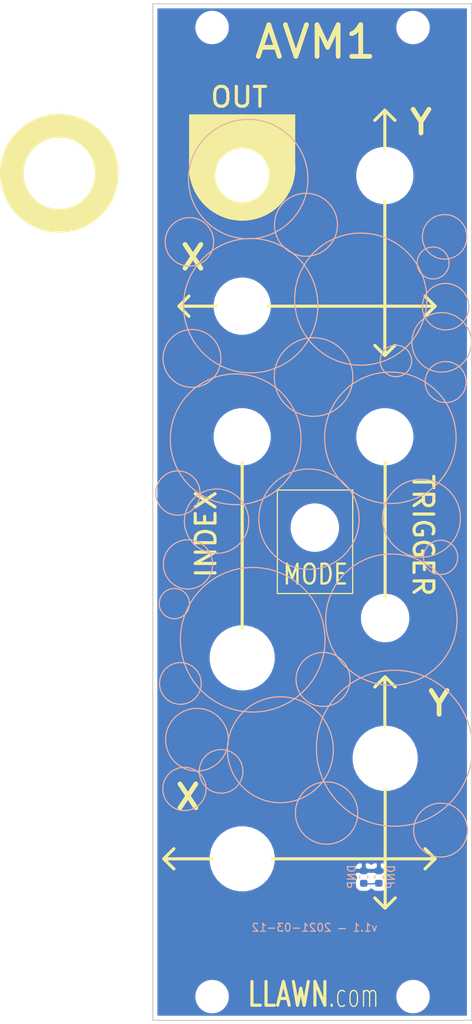
<source format=kicad_pcb>
(kicad_pcb (version 20171130) (host pcbnew "(5.1.2-1)-1")

  (general
    (thickness 1.6)
    (drawings 122)
    (tracks 3)
    (zones 0)
    (modules 16)
    (nets 3)
  )

  (page A4)
  (layers
    (0 Top signal)
    (31 Bottom signal hide)
    (34 B.Paste user hide)
    (35 F.Paste user)
    (36 B.SilkS user hide)
    (37 F.SilkS user)
    (38 B.Mask user hide)
    (39 F.Mask user)
    (40 Dwgs.User user hide)
    (41 Cmts.User user hide)
    (42 Eco1.User user hide)
    (43 Eco2.User user hide)
    (44 Edge.Cuts user)
    (45 Margin user hide)
    (46 B.CrtYd user hide)
    (47 F.CrtYd user)
  )

  (setup
    (last_trace_width 0.1524)
    (user_trace_width 1)
    (trace_clearance 0.1524)
    (zone_clearance 0.508)
    (zone_45_only no)
    (trace_min 0.1524)
    (via_size 0.508)
    (via_drill 0.254)
    (via_min_size 0.508)
    (via_min_drill 0.254)
    (uvia_size 0.508)
    (uvia_drill 0.254)
    (uvias_allowed no)
    (uvia_min_size 0.2)
    (uvia_min_drill 0.1)
    (edge_width 0.15)
    (segment_width 0.2)
    (pcb_text_width 0.3)
    (pcb_text_size 1.5 1.5)
    (mod_edge_width 0.15)
    (mod_text_size 1 1)
    (mod_text_width 0.15)
    (pad_size 1.524 1.524)
    (pad_drill 0.762)
    (pad_to_mask_clearance 0.0508)
    (aux_axis_origin 0 0)
    (visible_elements FFFEFF7F)
    (pcbplotparams
      (layerselection 0x01080_7fffffff)
      (usegerberextensions false)
      (usegerberattributes false)
      (usegerberadvancedattributes false)
      (creategerberjobfile false)
      (excludeedgelayer false)
      (linewidth 0.100000)
      (plotframeref false)
      (viasonmask false)
      (mode 1)
      (useauxorigin false)
      (hpglpennumber 1)
      (hpglpenspeed 20)
      (hpglpendiameter 15.000000)
      (psnegative false)
      (psa4output false)
      (plotreference false)
      (plotvalue false)
      (plotinvisibletext false)
      (padsonsilk false)
      (subtractmaskfromsilk false)
      (outputformat 4)
      (mirror false)
      (drillshape 0)
      (scaleselection 1)
      (outputdirectory "pdf/"))
  )

  (net 0 "")
  (net 1 GND)
  (net 2 "Net-(R1-Pad1)")

  (net_class Default "This is the default net class."
    (clearance 0.1524)
    (trace_width 0.1524)
    (via_dia 0.508)
    (via_drill 0.254)
    (uvia_dia 0.508)
    (uvia_drill 0.254)
    (diff_pair_width 0.1524)
    (diff_pair_gap 0.1524)
    (add_net GND)
    (add_net "Net-(R1-Pad1)")
  )

  (module Resistor_SMD:R_0603_1608Metric (layer Bottom) (tedit 5B301BBD) (tstamp 604D6E95)
    (at 86.868 154.8385 90)
    (descr "Resistor SMD 0603 (1608 Metric), square (rectangular) end terminal, IPC_7351 nominal, (Body size source: http://www.tortai-tech.com/upload/download/2011102023233369053.pdf), generated with kicad-footprint-generator")
    (tags resistor)
    (path /6050E90E)
    (attr smd)
    (fp_text reference DNP (at 0 1.524 90) (layer B.SilkS)
      (effects (font (size 1 1) (thickness 0.15)) (justify mirror))
    )
    (fp_text value placeholder (at 0 -1.43 90) (layer B.Fab)
      (effects (font (size 1 1) (thickness 0.15)) (justify mirror))
    )
    (fp_text user %R (at 0 0 90) (layer B.Fab)
      (effects (font (size 0.4 0.4) (thickness 0.06)) (justify mirror))
    )
    (fp_line (start 1.48 -0.73) (end -1.48 -0.73) (layer B.CrtYd) (width 0.05))
    (fp_line (start 1.48 0.73) (end 1.48 -0.73) (layer B.CrtYd) (width 0.05))
    (fp_line (start -1.48 0.73) (end 1.48 0.73) (layer B.CrtYd) (width 0.05))
    (fp_line (start -1.48 -0.73) (end -1.48 0.73) (layer B.CrtYd) (width 0.05))
    (fp_line (start -0.162779 -0.51) (end 0.162779 -0.51) (layer B.SilkS) (width 0.12))
    (fp_line (start -0.162779 0.51) (end 0.162779 0.51) (layer B.SilkS) (width 0.12))
    (fp_line (start 0.8 -0.4) (end -0.8 -0.4) (layer B.Fab) (width 0.1))
    (fp_line (start 0.8 0.4) (end 0.8 -0.4) (layer B.Fab) (width 0.1))
    (fp_line (start -0.8 0.4) (end 0.8 0.4) (layer B.Fab) (width 0.1))
    (fp_line (start -0.8 -0.4) (end -0.8 0.4) (layer B.Fab) (width 0.1))
    (pad 2 smd roundrect (at 0.7875 0 90) (size 0.875 0.95) (layers Bottom B.Paste B.Mask) (roundrect_rratio 0.25)
      (net 1 GND))
    (pad 1 smd roundrect (at -0.7875 0 90) (size 0.875 0.95) (layers Bottom B.Paste B.Mask) (roundrect_rratio 0.25)
      (net 2 "Net-(R1-Pad1)"))
    (model ${KISYS3DMOD}/Resistor_SMD.3dshapes/R_0603_1608Metric.wrl
      (at (xyz 0 0 0))
      (scale (xyz 1 1 1))
      (rotate (xyz 0 0 0))
    )
  )

  (module Resistor_SMD:R_0603_1608Metric (layer Bottom) (tedit 5B301BBD) (tstamp 604D6E84)
    (at 84.963 154.8385 90)
    (descr "Resistor SMD 0603 (1608 Metric), square (rectangular) end terminal, IPC_7351 nominal, (Body size source: http://www.tortai-tech.com/upload/download/2011102023233369053.pdf), generated with kicad-footprint-generator")
    (tags resistor)
    (path /6050D5F4)
    (attr smd)
    (fp_text reference DNP (at 0.0255 -1.524 90) (layer B.SilkS)
      (effects (font (size 1 1) (thickness 0.15)) (justify mirror))
    )
    (fp_text value placeholder (at 0 -1.43 90) (layer B.Fab)
      (effects (font (size 1 1) (thickness 0.15)) (justify mirror))
    )
    (fp_text user %R (at 0 0 90) (layer B.Fab)
      (effects (font (size 0.4 0.4) (thickness 0.06)) (justify mirror))
    )
    (fp_line (start 1.48 -0.73) (end -1.48 -0.73) (layer B.CrtYd) (width 0.05))
    (fp_line (start 1.48 0.73) (end 1.48 -0.73) (layer B.CrtYd) (width 0.05))
    (fp_line (start -1.48 0.73) (end 1.48 0.73) (layer B.CrtYd) (width 0.05))
    (fp_line (start -1.48 -0.73) (end -1.48 0.73) (layer B.CrtYd) (width 0.05))
    (fp_line (start -0.162779 -0.51) (end 0.162779 -0.51) (layer B.SilkS) (width 0.12))
    (fp_line (start -0.162779 0.51) (end 0.162779 0.51) (layer B.SilkS) (width 0.12))
    (fp_line (start 0.8 -0.4) (end -0.8 -0.4) (layer B.Fab) (width 0.1))
    (fp_line (start 0.8 0.4) (end 0.8 -0.4) (layer B.Fab) (width 0.1))
    (fp_line (start -0.8 0.4) (end 0.8 0.4) (layer B.Fab) (width 0.1))
    (fp_line (start -0.8 -0.4) (end -0.8 0.4) (layer B.Fab) (width 0.1))
    (pad 2 smd roundrect (at 0.7875 0 90) (size 0.875 0.95) (layers Bottom B.Paste B.Mask) (roundrect_rratio 0.25)
      (net 1 GND))
    (pad 1 smd roundrect (at -0.7875 0 90) (size 0.875 0.95) (layers Bottom B.Paste B.Mask) (roundrect_rratio 0.25)
      (net 2 "Net-(R1-Pad1)"))
    (model ${KISYS3DMOD}/Resistor_SMD.3dshapes/R_0603_1608Metric.wrl
      (at (xyz 0 0 0))
      (scale (xyz 1 1 1))
      (rotate (xyz 0 0 0))
    )
  )

  (module jwm_kicad_footprints_misc:MountingHole_5.1mm_For_E-Switch_Button_Cap_1R locked (layer Top) (tedit 604D19DF) (tstamp 604D6829)
    (at 87.666 122.099)
    (descr "Mounting Hole 6.4mm, no annular, M6, DIN965")
    (tags "mounting hole 6.4mm no annular m6 din965")
    (attr virtual)
    (fp_text reference TRIGGER (at 4.79 -10.466 270 unlocked) (layer F.SilkS)
      (effects (font (size 2.5 2.5) (thickness 0.4)))
    )
    (fp_text value MountingHole_5.1mm_For_E-Switch_Button_Cap_1R (at 0 5.334) (layer F.Fab)
      (effects (font (size 1 1) (thickness 0.15)))
    )
    (fp_circle (center 0 0) (end 3 0) (layer F.CrtYd) (width 0.05))
    (fp_circle (center 0 0) (end 2.6 0) (layer Cmts.User) (width 0.15))
    (fp_text user %R (at 0.3 0) (layer F.Fab)
      (effects (font (size 1 1) (thickness 0.15)))
    )
    (pad "" np_thru_hole circle (at 0 0) (size 5.1 5.1) (drill 5.1) (layers *.Cu *.Mask))
  )

  (module jwm_kicad_footprints_misc:MountingHole_5.1mm_For_E-Switch_Button_Cap_1R locked (layer Top) (tedit 604D19DF) (tstamp 604D6805)
    (at 78.776 110.669)
    (descr "Mounting Hole 6.4mm, no annular, M6, DIN965")
    (tags "mounting hole 6.4mm no annular m6 din965")
    (attr virtual)
    (fp_text reference MODE (at 0.091 5.917) (layer F.SilkS)
      (effects (font (size 2.5 2) (thickness 0.3)))
    )
    (fp_text value MountingHole_5.1mm_For_E-Switch_Button_Cap_1R (at 0 5.334) (layer F.Fab)
      (effects (font (size 1 1) (thickness 0.15)))
    )
    (fp_circle (center 0 0) (end 3 0) (layer F.CrtYd) (width 0.05))
    (fp_circle (center 0 0) (end 2.6 0) (layer Cmts.User) (width 0.15))
    (fp_text user %R (at 0.3 0) (layer F.Fab)
      (effects (font (size 1 1) (thickness 0.15)))
    )
    (pad "" np_thru_hole circle (at 0 0) (size 5.1 5.1) (drill 5.1) (layers *.Cu *.Mask))
  )

  (module jwm_kicad_footprints_misc:MountingHole_7.2mm_For_Potentiometer_Alpha_RD901F-40-00D locked (layer Top) (tedit 5FC8354B) (tstamp 604D65FE)
    (at 87.67 139.834)
    (descr "Mounting Hole 6.4mm, no annular, M6, DIN965")
    (tags "mounting hole 6.4mm no annular m6 din965")
    (attr virtual)
    (fp_text reference Y (at 6.818 -6.9285) (layer F.SilkS)
      (effects (font (size 3 3) (thickness 0.6)))
    )
    (fp_text value MountingHole_7.2mm_For_Potentiometer_Alpha_RD901F-40-00D (at 0 6.5) (layer F.Fab)
      (effects (font (size 1 1) (thickness 0.15)))
    )
    (fp_circle (center 0 0) (end 6.4 0) (layer F.CrtYd) (width 0.05))
    (fp_circle (center 0 0) (end 6 0) (layer Cmts.User) (width 0.15))
    (fp_text user %R (at 0.3 0) (layer F.Fab)
      (effects (font (size 1 1) (thickness 0.15)))
    )
    (pad "" np_thru_hole circle (at 0 0) (size 7.2 7.2) (drill 7.2) (layers *.Cu *.Mask))
  )

  (module jwm_kicad_footprints_misc:MountingHole_7.2mm_For_Potentiometer_Alpha_RD901F-40-00D locked (layer Top) (tedit 5FC8354B) (tstamp 604D6613)
    (at 69.596 152.534)
    (descr "Mounting Hole 6.4mm, no annular, M6, DIN965")
    (tags "mounting hole 6.4mm no annular m6 din965")
    (attr virtual)
    (fp_text reference X (at -6.858 -7.8175) (layer F.SilkS)
      (effects (font (size 3 3) (thickness 0.6)))
    )
    (fp_text value MountingHole_7.2mm_For_Potentiometer_Alpha_RD901F-40-00D (at 0 6.5) (layer F.Fab)
      (effects (font (size 1 1) (thickness 0.15)))
    )
    (fp_circle (center 0 0) (end 6.4 0) (layer F.CrtYd) (width 0.05))
    (fp_circle (center 0 0) (end 6 0) (layer Cmts.User) (width 0.15))
    (fp_text user %R (at 0.3 0) (layer F.Fab)
      (effects (font (size 1 1) (thickness 0.15)))
    )
    (pad "" np_thru_hole circle (at 0 0) (size 7.2 7.2) (drill 7.2) (layers *.Cu *.Mask))
  )

  (module jwm_kicad_footprints_misc:MountingHole_7.2mm_For_Potentiometer_Alpha_RD901F-40-00D locked (layer Top) (tedit 5FC8354B) (tstamp 604D658C)
    (at 69.596 127.134)
    (descr "Mounting Hole 6.4mm, no annular, M6, DIN965")
    (tags "mounting hole 6.4mm no annular m6 din965")
    (attr virtual)
    (fp_text reference INDEX (at -4.572 -15.628 90) (layer F.SilkS)
      (effects (font (size 2.5 2.5) (thickness 0.4)))
    )
    (fp_text value MountingHole_7.2mm_For_Potentiometer_Alpha_RD901F-40-00D (at 0 6.5) (layer F.Fab)
      (effects (font (size 1 1) (thickness 0.15)))
    )
    (fp_circle (center 0 0) (end 6.4 0) (layer F.CrtYd) (width 0.05))
    (fp_circle (center 0 0) (end 6 0) (layer Cmts.User) (width 0.15))
    (fp_text user %R (at 0.3 0) (layer F.Fab)
      (effects (font (size 1 1) (thickness 0.15)))
    )
    (pad "" np_thru_hole circle (at 0 0) (size 7.2 7.2) (drill 7.2) (layers *.Cu *.Mask))
  )

  (module jwm_kicad_footprints_misc:MountingHole_6.2mm_For_Jack_3.5mm_QingPu_WQP-PJ398SM locked (layer Top) (tedit 5FC834A0) (tstamp 604D65E9)
    (at 87.63 99.184)
    (descr "Mounting Hole 6.4mm, no annular, M6, DIN965")
    (tags "mounting hole 6.4mm no annular m6 din965")
    (attr virtual)
    (fp_text reference TRIGGER (at 0 -6.5) (layer F.SilkS) hide
      (effects (font (size 1 1) (thickness 0.15)))
    )
    (fp_text value MountingHole_6.2mm_For_Jack_3.5mm_QingPu_WQP-PJ398SM (at 0 6.5) (layer F.Fab)
      (effects (font (size 1 1) (thickness 0.15)))
    )
    (fp_circle (center 0 0) (end 4.4 0) (layer F.CrtYd) (width 0.05))
    (fp_circle (center 0 0) (end 4 0) (layer Cmts.User) (width 0.15))
    (fp_text user %R (at 0.3 0) (layer F.Fab)
      (effects (font (size 1 1) (thickness 0.15)))
    )
    (pad "" np_thru_hole circle (at 0 0) (size 6.2 6.2) (drill 6.2) (layers *.Cu *.Mask))
  )

  (module jwm_kicad_footprints_misc:MountingHole_6.2mm_For_Jack_3.5mm_QingPu_WQP-PJ398SM locked (layer Top) (tedit 5FC834A0) (tstamp 604D6574)
    (at 87.63 66.164)
    (descr "Mounting Hole 6.4mm, no annular, M6, DIN965")
    (tags "mounting hole 6.4mm no annular m6 din965")
    (attr virtual)
    (fp_text reference Y (at 4.572 -6.728) (layer F.SilkS)
      (effects (font (size 3 3) (thickness 0.6)))
    )
    (fp_text value MountingHole_6.2mm_For_Jack_3.5mm_QingPu_WQP-PJ398SM (at 0 6.5) (layer F.Fab)
      (effects (font (size 1 1) (thickness 0.15)))
    )
    (fp_circle (center 0 0) (end 4.4 0) (layer F.CrtYd) (width 0.05))
    (fp_circle (center 0 0) (end 4 0) (layer Cmts.User) (width 0.15))
    (fp_text user %R (at 0.3 0) (layer F.Fab)
      (effects (font (size 1 1) (thickness 0.15)))
    )
    (pad "" np_thru_hole circle (at 0 0) (size 6.2 6.2) (drill 6.2) (layers *.Cu *.Mask))
  )

  (module jwm_kicad_footprints_misc:MountingHole_6.2mm_For_Jack_3.5mm_QingPu_WQP-PJ398SM locked (layer Top) (tedit 5FC834A0) (tstamp 604D65D4)
    (at 69.596 99.184)
    (descr "Mounting Hole 6.4mm, no annular, M6, DIN965")
    (tags "mounting hole 6.4mm no annular m6 din965")
    (attr virtual)
    (fp_text reference INDEX (at 0 -6.5) (layer F.SilkS) hide
      (effects (font (size 1 1) (thickness 0.15)))
    )
    (fp_text value MountingHole_6.2mm_For_Jack_3.5mm_QingPu_WQP-PJ398SM (at 0 6.5) (layer F.Fab)
      (effects (font (size 1 1) (thickness 0.15)))
    )
    (fp_circle (center 0 0) (end 4.4 0) (layer F.CrtYd) (width 0.05))
    (fp_circle (center 0 0) (end 4 0) (layer Cmts.User) (width 0.15))
    (fp_text user %R (at 0.3 0) (layer F.Fab)
      (effects (font (size 1 1) (thickness 0.15)))
    )
    (pad "" np_thru_hole circle (at 0 0) (size 6.2 6.2) (drill 6.2) (layers *.Cu *.Mask))
  )

  (module jwm_kicad_footprints_misc:MountingHole_6.2mm_For_Jack_3.5mm_QingPu_WQP-PJ398SM locked (layer Top) (tedit 5FC834A0) (tstamp 604D65BF)
    (at 69.596 82.674)
    (descr "Mounting Hole 6.4mm, no annular, M6, DIN965")
    (tags "mounting hole 6.4mm no annular m6 din965")
    (attr virtual)
    (fp_text reference X (at -6.223 -6.1565) (layer F.SilkS)
      (effects (font (size 3 3) (thickness 0.6)))
    )
    (fp_text value MountingHole_6.2mm_For_Jack_3.5mm_QingPu_WQP-PJ398SM (at 0 6.5) (layer F.Fab)
      (effects (font (size 1 1) (thickness 0.15)))
    )
    (fp_circle (center 0 0) (end 4.4 0) (layer F.CrtYd) (width 0.05))
    (fp_circle (center 0 0) (end 4 0) (layer Cmts.User) (width 0.15))
    (fp_text user %R (at 0.3 0) (layer F.Fab)
      (effects (font (size 1 1) (thickness 0.15)))
    )
    (pad "" np_thru_hole circle (at 0 0) (size 6.2 6.2) (drill 6.2) (layers *.Cu *.Mask))
  )

  (module jwm_kicad_footprints_misc:MountingHole_6.2mm_For_Jack_3.5mm_QingPu_WQP-PJ398SM locked (layer Top) (tedit 5FC834A0) (tstamp 604D65A4)
    (at 69.596 66.164)
    (descr "Mounting Hole 6.4mm, no annular, M6, DIN965")
    (tags "mounting hole 6.4mm no annular m6 din965")
    (attr virtual)
    (fp_text reference OUT (at -0.381 -9.903) (layer F.SilkS)
      (effects (font (size 2.5 2.5) (thickness 0.4)))
    )
    (fp_text value MountingHole_6.2mm_For_Jack_3.5mm_QingPu_WQP-PJ398SM (at 0 6.5) (layer F.Fab)
      (effects (font (size 1 1) (thickness 0.15)))
    )
    (fp_circle (center 0 0) (end 4.4 0) (layer F.CrtYd) (width 0.05))
    (fp_circle (center 0 0) (end 4 0) (layer Cmts.User) (width 0.15))
    (fp_text user %R (at 0.3 0) (layer F.Fab)
      (effects (font (size 1 1) (thickness 0.15)))
    )
    (pad "" np_thru_hole circle (at 0 0) (size 6.2 6.2) (drill 6.2) (layers *.Cu *.Mask))
  )

  (module MountingHole:MountingHole_3.2mm_M3 locked (layer Top) (tedit 56D1B4CB) (tstamp 604D6106)
    (at 91.193 169.95)
    (descr "Mounting Hole 3.2mm, no annular, M3")
    (tags "mounting hole 3.2mm no annular m3")
    (attr virtual)
    (fp_text reference REF** (at 0 -4.2) (layer F.SilkS) hide
      (effects (font (size 1 1) (thickness 0.15)))
    )
    (fp_text value MountingHole_3.2mm_M3 (at 0 4.2) (layer F.Fab)
      (effects (font (size 1 1) (thickness 0.15)))
    )
    (fp_circle (center 0 0) (end 3.45 0) (layer F.CrtYd) (width 0.05))
    (fp_circle (center 0 0) (end 3.2 0) (layer Cmts.User) (width 0.15))
    (fp_text user %R (at 0.3 0) (layer F.Fab) hide
      (effects (font (size 1 1) (thickness 0.15)))
    )
    (pad 1 np_thru_hole circle (at 0 0) (size 3.2 3.2) (drill 3.2) (layers *.Cu *.Mask))
  )

  (module MountingHole:MountingHole_3.2mm_M3 locked (layer Top) (tedit 56D1B4CB) (tstamp 604D60E2)
    (at 65.793 169.95)
    (descr "Mounting Hole 3.2mm, no annular, M3")
    (tags "mounting hole 3.2mm no annular m3")
    (attr virtual)
    (fp_text reference REF** (at 0 -4.2) (layer F.SilkS) hide
      (effects (font (size 1 1) (thickness 0.15)))
    )
    (fp_text value MountingHole_3.2mm_M3 (at 0 4.2) (layer F.Fab)
      (effects (font (size 1 1) (thickness 0.15)))
    )
    (fp_circle (center 0 0) (end 3.45 0) (layer F.CrtYd) (width 0.05))
    (fp_circle (center 0 0) (end 3.2 0) (layer Cmts.User) (width 0.15))
    (fp_text user %R (at 0.3 0) (layer F.Fab) hide
      (effects (font (size 1 1) (thickness 0.15)))
    )
    (pad 1 np_thru_hole circle (at 0 0) (size 3.2 3.2) (drill 3.2) (layers *.Cu *.Mask))
  )

  (module MountingHole:MountingHole_3.2mm_M3 locked (layer Top) (tedit 56D1B4CB) (tstamp 604D60BE)
    (at 91.193 47.45)
    (descr "Mounting Hole 3.2mm, no annular, M3")
    (tags "mounting hole 3.2mm no annular m3")
    (attr virtual)
    (fp_text reference REF** (at 0 -4.2) (layer F.SilkS) hide
      (effects (font (size 1 1) (thickness 0.15)))
    )
    (fp_text value MountingHole_3.2mm_M3 (at 0 4.2) (layer F.Fab)
      (effects (font (size 1 1) (thickness 0.15)))
    )
    (fp_circle (center 0 0) (end 3.45 0) (layer F.CrtYd) (width 0.05))
    (fp_circle (center 0 0) (end 3.2 0) (layer Cmts.User) (width 0.15))
    (fp_text user %R (at 0.3 0) (layer F.Fab) hide
      (effects (font (size 1 1) (thickness 0.15)))
    )
    (pad 1 np_thru_hole circle (at 0 0) (size 3.2 3.2) (drill 3.2) (layers *.Cu *.Mask))
  )

  (module MountingHole:MountingHole_3.2mm_M3 locked (layer Top) (tedit 56D1B4CB) (tstamp 604D609A)
    (at 65.793 47.45)
    (descr "Mounting Hole 3.2mm, no annular, M3")
    (tags "mounting hole 3.2mm no annular m3")
    (attr virtual)
    (fp_text reference REF** (at 0 -4.2) (layer F.SilkS) hide
      (effects (font (size 1 1) (thickness 0.15)))
    )
    (fp_text value MountingHole_3.2mm_M3 (at 0 4.2) (layer F.Fab)
      (effects (font (size 1 1) (thickness 0.15)))
    )
    (fp_circle (center 0 0) (end 3.45 0) (layer F.CrtYd) (width 0.05))
    (fp_circle (center 0 0) (end 3.2 0) (layer Cmts.User) (width 0.15))
    (fp_text user %R (at 0.3 0) (layer F.Fab) hide
      (effects (font (size 1 1) (thickness 0.15)))
    )
    (pad 1 np_thru_hole circle (at 0 0) (size 3.2 3.2) (drill 3.2) (layers *.Cu *.Mask))
  )

  (gr_text "v1.1 — 2021-03-12" (at 78.74 161.2265) (layer B.SilkS)
    (effects (font (size 1 1) (thickness 0.15)) (justify mirror))
  )
  (gr_line (start 93.98 82.677) (end 72.8345 82.677) (layer F.SilkS) (width 0.4))
  (gr_line (start 61.595 82.677) (end 66.421 82.677) (layer F.SilkS) (width 0.4))
  (gr_line (start 87.63 88.9) (end 87.63 69.4055) (layer F.SilkS) (width 0.4))
  (gr_line (start 87.63 57.912) (end 87.63 62.865) (layer F.SilkS) (width 0.4))
  (gr_line (start 93.98 152.534) (end 73.3425 152.534) (layer F.SilkS) (width 0.4))
  (gr_line (start 59.69 152.534) (end 65.8495 152.534) (layer F.SilkS) (width 0.4))
  (gr_line (start 87.67 158.75) (end 87.67 143.7005) (layer F.SilkS) (width 0.4))
  (gr_line (start 87.63 129.54) (end 87.63 135.763) (layer F.SilkS) (width 0.4))
  (gr_circle (center 68.8975 140.716) (end 65.4685 147.8915) (layer B.Mask) (width 0.15))
  (gr_circle (center 92.964 124.841) (end 92.0115 128.7145) (layer B.Mask) (width 0.15))
  (gr_circle (center 93.2815 143.129) (end 92.456 148.209) (layer B.Mask) (width 0.15))
  (gr_circle (center 69.215 136.2075) (end 65.024 141.0335) (layer B.Mask) (width 0.15))
  (gr_circle (center 81.7245 143.002) (end 75.438 148.463) (layer B.Mask) (width 0.15))
  (gr_circle (center 91.821 90.6145) (end 87.249 94.488) (layer B.Mask) (width 0.15))
  (gr_circle (center 91.567 74.041) (end 88.0745 79.756) (layer B.Mask) (width 0.15))
  (gr_circle (center 69.088 72.771) (end 65.278 77.597) (layer B.Mask) (width 0.15))
  (gr_circle (center 80.645 69.85) (end 75.438 73.5965) (layer B.Mask) (width 0.15))
  (gr_circle (center 77.978 133.6675) (end 76.6445 140.843) (layer B.Mask) (width 0.15))
  (gr_circle (center 90.424 129.8575) (end 87.757 135.1915) (layer B.Mask) (width 0.15))
  (gr_circle (center 93.091 116.205) (end 91.186 120.015) (layer B.Mask) (width 0.15))
  (gr_circle (center 66.294 118.1735) (end 63.881 123.063) (layer B.Mask) (width 0.15))
  (gr_circle (center 79.0575 122.428) (end 77.978 130.1115) (layer B.Mask) (width 0.15))
  (gr_circle (center 85.4075 108.6485) (end 84.2645 114.681) (layer B.Mask) (width 0.15))
  (gr_circle (center 91.5035 106.807) (end 88.7095 109.982) (layer B.Mask) (width 0.15))
  (gr_circle (center 66.2305 105.156) (end 65.3415 110.998) (layer B.Mask) (width 0.15))
  (gr_circle (center 65.278 89.7255) (end 64.9605 96.0755) (layer B.Mask) (width 0.15))
  (gr_circle (center 81.0895 83.8835) (end 77.0255 90.678) (layer B.Mask) (width 0.15))
  (gr_circle (center 79.0575 97.7265) (end 76.073 103.3145) (layer B.Mask) (width 0.15))
  (gr_circle (center 71.755 111.9505) (end 70.0405 116.713) (layer B.Mask) (width 0.15))
  (gr_circle (center 94.6785 148.9075) (end 94.1705 152.273) (layer B.SilkS) (width 0.15))
  (gr_circle (center 80.264 146.7485) (end 80.3275 150.6855) (layer B.SilkS) (width 0.15))
  (gr_circle (center 66.929 141.478) (end 66.2305 144.145) (layer B.SilkS) (width 0.15))
  (gr_circle (center 62.2935 143.7005) (end 62.4205 146.431) (layer B.SilkS) (width 0.15))
  (gr_circle (center 61.468 106.299) (end 61.341 109.093) (layer B.SilkS) (width 0.15))
  (gr_circle (center 77.6605 72.39) (end 78.232 76.327) (layer B.SilkS) (width 0.15))
  (gr_circle (center 93.726 77.216) (end 93.2815 79.1845) (layer B.SilkS) (width 0.15))
  (gr_circle (center 95.3135 82.7405) (end 94.996 79.8195) (layer B.SilkS) (width 0.15))
  (gr_circle (center 89.027 89.5985) (end 89.916 91.3765) (layer B.SilkS) (width 0.15))
  (gr_circle (center 95.3135 92.2655) (end 94.8055 94.8055) (layer B.SilkS) (width 0.15))
  (gr_circle (center 94.6785 114.427) (end 94.5515 116.586) (layer B.SilkS) (width 0.15))
  (gr_circle (center 79.8195 129.8575) (end 79.248 133.223) (layer B.SilkS) (width 0.15))
  (gr_circle (center 61.7855 130.3655) (end 62.484 132.9055) (layer B.SilkS) (width 0.15))
  (gr_circle (center 61.0235 120.269) (end 61.5315 122.1105) (layer B.SilkS) (width 0.15))
  (gr_circle (center 62.738 115.316) (end 62.103 118.364) (layer B.SilkS) (width 0.15))
  (gr_circle (center 63.246 89.281) (end 61.976 92.71) (layer B.SilkS) (width 0.15))
  (gr_circle (center 94.8055 87.249) (end 92.9005 90.4875) (layer B.SilkS) (width 0.15))
  (gr_circle (center 95.1865 73.914) (end 94.488 76.6445) (layer B.SilkS) (width 0.15))
  (gr_circle (center 62.9285 74.549) (end 62.611 77.597) (layer B.SilkS) (width 0.15))
  (gr_circle (center 78.613 91.6305) (end 78.232 96.5835) (layer B.SilkS) (width 0.15))
  (gr_circle (center 92.2655 109.474) (end 91.313 114.3) (layer B.SilkS) (width 0.15))
  (gr_circle (center 66.3575 109.855) (end 66.2305 113.919) (layer B.SilkS) (width 0.15))
  (gr_circle (center 63.881 137.4775) (end 64.3255 141.4145) (layer B.SilkS) (width 0.15))
  (gr_circle (center 74.422 138.7475) (end 69.85 143.637) (layer B.SilkS) (width 0.15))
  (gr_circle (center 88.8365 138.557) (end 84.201 147.2565) (layer B.SilkS) (width 0.15))
  (gr_circle (center 88.4555 122.301) (end 93.218 129.0955) (layer B.SilkS) (width 0.15))
  (gr_circle (center 70.9295 124.841) (end 68.1355 133.5405) (layer B.SilkS) (width 0.15))
  (gr_circle (center 78.0415 109.601) (end 76.835 115.824) (layer B.SilkS) (width 0.15))
  (gr_circle (center 68.7705 99.5045) (end 68.453 107.7595) (layer B.SilkS) (width 0.15))
  (gr_circle (center 88.3285 99.314) (end 86.614 107.442) (layer B.SilkS) (width 0.15))
  (gr_circle (center 84.582 81.788) (end 80.899 89.281) (layer B.SilkS) (width 0.15))
  (gr_circle (center 70.6755 82.6135) (end 73.8505 90.4875) (layer B.SilkS) (width 0.15))
  (gr_circle (center 70.358 66.6115) (end 71.247 74.1045) (layer B.SilkS) (width 0.15))
  (gr_circle (center 69.596 65.0875) (end 75.184 65.0875) (layer F.SilkS) (width 1) (tstamp 604D7BAA))
  (gr_circle (center 69.596 65.0875) (end 75.7555 65.0875) (layer F.SilkS) (width 1) (tstamp 604D7B92))
  (gr_circle (center 69.596 66.140337) (end 74.096 66.140337) (layer F.SilkS) (width 2.2))
  (gr_poly (pts (xy 76.243816 65.151) (xy 76.253658 58.4835) (xy 62.938342 58.4835) (xy 62.9285 65.151) (xy 64.389 63.627) (xy 65.913 62.865) (xy 67.945 61.468) (xy 70.612 61.341) (xy 73.279 62.484) (xy 75.057 65.405)) (layer F.SilkS) (width 0.1))
  (gr_circle (center 69.596 65.151) (end 76.243816 65.151) (layer F.SilkS) (width 0.15))
  (gr_poly (pts (xy 80.391 161.798) (xy 80.264 164.465) (xy 81.788 164.338) (xy 82.042 161.798)) (layer F.Mask) (width 0.1))
  (gr_poly (pts (xy 78.74 161.925) (xy 78.994 164.592) (xy 79.629 164.465) (xy 79.502 161.925)) (layer F.Mask) (width 0.1))
  (gr_poly (pts (xy 74.041 162.179) (xy 75.057 162.179) (xy 75.692 164.973) (xy 74.041 165.1)) (layer F.Mask) (width 0.1))
  (gr_poly (pts (xy 72.517 162.306) (xy 72.39 165.1) (xy 73.66 164.973) (xy 73.533 162.179) (xy 72.517 162.179)) (layer F.Mask) (width 0.1))
  (gr_poly (pts (xy 84.709 161.671) (xy 85.344 164.084) (xy 94.488 163.195) (xy 94.488 161.163)) (layer F.Mask) (width 0.1))
  (gr_poly (pts (xy 83.058 161.671) (xy 82.804 164.338) (xy 84.201 164.211) (xy 83.82 161.671)) (layer F.Mask) (width 0.1))
  (gr_poly (pts (xy 75.692 162.052) (xy 76.835 164.846) (xy 78.486 164.592) (xy 77.978 161.925)) (layer F.Mask) (width 0.1))
  (gr_poly (pts (xy 70.104 162.306) (xy 70.358 165.354) (xy 71.501 165.227) (xy 71.628 162.306)) (layer F.Mask) (width 0.1))
  (gr_poly (pts (xy 61.976 162.814) (xy 62.865 166.116) (xy 69.596 165.481) (xy 69.342 162.433)) (layer F.Mask) (width 0.1))
  (gr_text .com (at 83.693 169.799) (layer F.SilkS) (tstamp 604D79F5)
    (effects (font (size 3 1.8) (thickness 0.16)))
  )
  (gr_line (start 59.69 152.527) (end 60.96 151.257) (layer F.SilkS) (width 0.4) (tstamp 604D785A))
  (gr_line (start 59.69 152.534) (end 60.96 153.804) (layer F.SilkS) (width 0.4) (tstamp 604D7859))
  (gr_line (start 87.63 129.54) (end 86.36 130.81) (layer F.SilkS) (width 0.4) (tstamp 604D7852))
  (gr_line (start 87.67 129.54) (end 88.94 130.81) (layer F.SilkS) (width 0.4) (tstamp 604D7851))
  (gr_line (start 93.98 152.534) (end 92.71 153.804) (layer F.SilkS) (width 0.4) (tstamp 604D784E))
  (gr_line (start 93.98 152.527) (end 92.71 151.257) (layer F.SilkS) (width 0.4) (tstamp 604D784D))
  (gr_line (start 86.36 157.48) (end 87.63 158.75) (layer F.SilkS) (width 0.4) (tstamp 604D784A))
  (gr_line (start 87.67 158.75) (end 88.94 157.48) (layer F.SilkS) (width 0.4) (tstamp 604D7849))
  (gr_line (start 87.63 88.9) (end 88.9 87.63) (layer F.SilkS) (width 0.4))
  (gr_line (start 86.36 87.63) (end 87.63 88.9) (layer F.SilkS) (width 0.4))
  (gr_line (start 61.595 82.677) (end 62.865 83.947) (layer F.SilkS) (width 0.4) (tstamp 604D7698))
  (gr_line (start 61.595 82.674) (end 62.865 81.404) (layer F.SilkS) (width 0.4) (tstamp 604D7695))
  (gr_line (start 87.63 57.912) (end 88.9 59.182) (layer F.SilkS) (width 0.4))
  (gr_line (start 87.63 57.912) (end 86.36 59.182) (layer F.SilkS) (width 0.4))
  (gr_line (start 93.98 82.677) (end 92.71 81.407) (layer F.SilkS) (width 0.4))
  (gr_line (start 93.98 82.677) (end 92.71 83.947) (layer F.SilkS) (width 0.4))
  (gr_line (start 69.596 102.235) (end 69.596 123.698) (layer F.SilkS) (width 0.4))
  (gr_line (start 87.666 102.362) (end 87.666 119.507) (layer F.SilkS) (width 0.4))
  (gr_line (start 74.041 105.918) (end 74.041 118.999) (layer F.SilkS) (width 0.15) (tstamp 604D751C))
  (gr_line (start 83.566 105.918) (end 74.041 105.918) (layer F.SilkS) (width 0.15))
  (gr_line (start 83.566 118.999) (end 83.566 105.918) (layer F.SilkS) (width 0.15))
  (gr_line (start 74.041 118.999) (end 83.566 118.999) (layer F.SilkS) (width 0.15))
  (gr_circle (center 46.482 65.882) (end 52.482 65.882) (layer F.SilkS) (width 3) (tstamp 604D7B06))
  (gr_text LLAWN (at 75.438 169.672) (layer F.SilkS)
    (effects (font (size 3 2.2) (thickness 0.4)))
  )
  (gr_text AVM1 (at 78.867 49.276) (layer F.SilkS)
    (effects (font (size 4 4) (thickness 0.6)))
  )
  (gr_text PCB1/PCB2 (at 78.359 57.404) (layer Eco1.User)
    (effects (font (size 1 1) (thickness 0.15)))
  )
  (gr_line (start 59.845 58.434) (end 97.345 158.434) (layer Eco1.User) (width 0.15) (tstamp 604D69C0))
  (gr_line (start 97.345 58.434) (end 59.845 158.434) (layer Eco1.User) (width 0.15) (tstamp 604D659B))
  (gr_line (start 97.345 58.434) (end 59.845 58.434) (layer Eco1.User) (width 0.15) (tstamp 604D6583))
  (gr_line (start 97.345 58.434) (end 97.345 158.434) (layer Eco1.User) (width 0.15) (tstamp 604D69BD))
  (gr_line (start 59.845 158.434) (end 97.345 158.434) (layer Eco1.User) (width 0.15) (tstamp 604D69BA))
  (gr_line (start 59.845 58.434) (end 59.845 158.434) (layer Eco1.User) (width 0.15) (tstamp 604D65B3))
  (gr_line (start 98.593 44.45) (end 58.293 172.95) (layer Eco2.User) (width 0.15))
  (gr_line (start 58.293 44.45) (end 98.593 172.95) (layer Eco2.User) (width 0.15))
  (gr_circle (center 91.193 169.95) (end 92.793 169.95) (layer Dwgs.User) (width 0.15))
  (gr_circle (center 65.793 169.95) (end 67.393 169.95) (layer Dwgs.User) (width 0.15))
  (gr_circle (center 91.193 47.45) (end 92.793 47.45) (layer Dwgs.User) (width 0.15))
  (gr_circle (center 65.793 47.45) (end 67.393 47.45) (layer Dwgs.User) (width 0.15))
  (dimension 128.5 (width 0.15) (layer Dwgs.User)
    (gr_text "128.500 mm" (at 107.472 108.7 270) (layer Dwgs.User)
      (effects (font (size 1 1) (thickness 0.15)))
    )
    (feature1 (pts (xy 98.593 172.95) (xy 106.758421 172.95)))
    (feature2 (pts (xy 98.593 44.45) (xy 106.758421 44.45)))
    (crossbar (pts (xy 106.172 44.45) (xy 106.172 172.95)))
    (arrow1a (pts (xy 106.172 172.95) (xy 105.585579 171.823496)))
    (arrow1b (pts (xy 106.172 172.95) (xy 106.758421 171.823496)))
    (arrow2a (pts (xy 106.172 44.45) (xy 105.585579 45.576504)))
    (arrow2b (pts (xy 106.172 44.45) (xy 106.758421 45.576504)))
  )
  (dimension 40.3 (width 0.15) (layer Dwgs.User)
    (gr_text "40.300 mm" (at 78.443 38.324) (layer Dwgs.User)
      (effects (font (size 1 1) (thickness 0.15)))
    )
    (feature1 (pts (xy 98.593 44.45) (xy 98.593 39.037579)))
    (feature2 (pts (xy 58.293 44.45) (xy 58.293 39.037579)))
    (crossbar (pts (xy 58.293 39.624) (xy 98.593 39.624)))
    (arrow1a (pts (xy 98.593 39.624) (xy 97.466496 40.210421)))
    (arrow1b (pts (xy 98.593 39.624) (xy 97.466496 39.037579)))
    (arrow2a (pts (xy 58.293 39.624) (xy 59.419504 40.210421)))
    (arrow2b (pts (xy 58.293 39.624) (xy 59.419504 39.037579)))
  )
  (gr_line (start 58.293 172.95) (end 98.593 172.95) (layer Edge.Cuts) (width 0.15) (tstamp 604D5D35))
  (gr_line (start 98.593 44.45) (end 98.593 172.95) (layer Edge.Cuts) (width 0.15) (tstamp 604D5D33))
  (gr_line (start 58.293 44.45) (end 58.293 172.95) (layer Edge.Cuts) (width 0.15))
  (gr_line (start 58.293 44.45) (end 98.593 44.45) (layer Edge.Cuts) (width 0.15))

  (segment (start 86.293 155.626) (end 86.217 155.702) (width 0.1524) (layer Bottom) (net 2))
  (segment (start 86.868 155.626) (end 86.293 155.626) (width 0.1524) (layer Bottom) (net 2))
  (segment (start 86.217 155.702) (end 84.963 155.702) (width 0.1524) (layer Bottom) (net 2))

  (zone (net 1) (net_name GND) (layer Bottom) (tstamp 604D741A) (hatch edge 0.508)
    (connect_pads (clearance 0.508))
    (min_thickness 0.254)
    (fill yes (arc_segments 32) (thermal_gap 0.508) (thermal_bridge_width 0.508))
    (polygon
      (pts
        (xy 98.298 44.704) (xy 58.547 44.704) (xy 58.547 172.72) (xy 98.298 172.72)
      )
    )
    (filled_polygon
      (pts
        (xy 97.883001 172.24) (xy 59.003 172.24) (xy 59.003 169.729872) (xy 63.558 169.729872) (xy 63.558 170.170128)
        (xy 63.64389 170.601925) (xy 63.812369 171.008669) (xy 64.056962 171.374729) (xy 64.368271 171.686038) (xy 64.734331 171.930631)
        (xy 65.141075 172.09911) (xy 65.572872 172.185) (xy 66.013128 172.185) (xy 66.444925 172.09911) (xy 66.851669 171.930631)
        (xy 67.217729 171.686038) (xy 67.529038 171.374729) (xy 67.773631 171.008669) (xy 67.94211 170.601925) (xy 68.028 170.170128)
        (xy 68.028 169.729872) (xy 88.958 169.729872) (xy 88.958 170.170128) (xy 89.04389 170.601925) (xy 89.212369 171.008669)
        (xy 89.456962 171.374729) (xy 89.768271 171.686038) (xy 90.134331 171.930631) (xy 90.541075 172.09911) (xy 90.972872 172.185)
        (xy 91.413128 172.185) (xy 91.844925 172.09911) (xy 92.251669 171.930631) (xy 92.617729 171.686038) (xy 92.929038 171.374729)
        (xy 93.173631 171.008669) (xy 93.34211 170.601925) (xy 93.428 170.170128) (xy 93.428 169.729872) (xy 93.34211 169.298075)
        (xy 93.173631 168.891331) (xy 92.929038 168.525271) (xy 92.617729 168.213962) (xy 92.251669 167.969369) (xy 91.844925 167.80089)
        (xy 91.413128 167.715) (xy 90.972872 167.715) (xy 90.541075 167.80089) (xy 90.134331 167.969369) (xy 89.768271 168.213962)
        (xy 89.456962 168.525271) (xy 89.212369 168.891331) (xy 89.04389 169.298075) (xy 88.958 169.729872) (xy 68.028 169.729872)
        (xy 67.94211 169.298075) (xy 67.773631 168.891331) (xy 67.529038 168.525271) (xy 67.217729 168.213962) (xy 66.851669 167.969369)
        (xy 66.444925 167.80089) (xy 66.013128 167.715) (xy 65.572872 167.715) (xy 65.141075 167.80089) (xy 64.734331 167.969369)
        (xy 64.368271 168.213962) (xy 64.056962 168.525271) (xy 63.812369 168.891331) (xy 63.64389 169.298075) (xy 63.558 169.729872)
        (xy 59.003 169.729872) (xy 59.003 152.116889) (xy 65.361 152.116889) (xy 65.361 152.951111) (xy 65.523749 153.769304)
        (xy 65.842992 154.540025) (xy 66.306461 155.233655) (xy 66.896345 155.823539) (xy 67.589975 156.287008) (xy 68.360696 156.606251)
        (xy 69.178889 156.769) (xy 70.013111 156.769) (xy 70.831304 156.606251) (xy 71.602025 156.287008) (xy 72.295655 155.823539)
        (xy 72.885539 155.233655) (xy 73.349008 154.540025) (xy 73.37035 154.4885) (xy 83.849928 154.4885) (xy 83.862188 154.612982)
        (xy 83.898498 154.73268) (xy 83.957463 154.842994) (xy 84.0121 154.90957) (xy 83.994329 154.931225) (xy 83.91515 155.079358)
        (xy 83.866392 155.240092) (xy 83.849928 155.40725) (xy 83.849928 155.84475) (xy 83.866392 156.011908) (xy 83.91515 156.172642)
        (xy 83.994329 156.320775) (xy 84.100885 156.450615) (xy 84.230725 156.557171) (xy 84.378858 156.63635) (xy 84.539592 156.685108)
        (xy 84.70675 156.701572) (xy 85.21925 156.701572) (xy 85.386408 156.685108) (xy 85.547142 156.63635) (xy 85.695275 156.557171)
        (xy 85.825115 156.450615) (xy 85.85582 156.4132) (xy 85.97518 156.4132) (xy 86.005885 156.450615) (xy 86.135725 156.557171)
        (xy 86.283858 156.63635) (xy 86.444592 156.685108) (xy 86.61175 156.701572) (xy 87.12425 156.701572) (xy 87.291408 156.685108)
        (xy 87.452142 156.63635) (xy 87.600275 156.557171) (xy 87.730115 156.450615) (xy 87.836671 156.320775) (xy 87.91585 156.172642)
        (xy 87.964608 156.011908) (xy 87.981072 155.84475) (xy 87.981072 155.40725) (xy 87.964608 155.240092) (xy 87.91585 155.079358)
        (xy 87.836671 154.931225) (xy 87.8189 154.90957) (xy 87.873537 154.842994) (xy 87.932502 154.73268) (xy 87.968812 154.612982)
        (xy 87.981072 154.4885) (xy 87.978 154.33675) (xy 87.81925 154.178) (xy 86.995 154.178) (xy 86.995 154.198)
        (xy 86.741 154.198) (xy 86.741 154.178) (xy 85.91675 154.178) (xy 85.9155 154.17925) (xy 85.91425 154.178)
        (xy 85.09 154.178) (xy 85.09 154.198) (xy 84.836 154.198) (xy 84.836 154.178) (xy 84.01175 154.178)
        (xy 83.853 154.33675) (xy 83.849928 154.4885) (xy 73.37035 154.4885) (xy 73.668251 153.769304) (xy 73.699242 153.6135)
        (xy 83.849928 153.6135) (xy 83.853 153.76525) (xy 84.01175 153.924) (xy 84.836 153.924) (xy 84.836 153.13725)
        (xy 85.09 153.13725) (xy 85.09 153.924) (xy 85.91425 153.924) (xy 85.9155 153.92275) (xy 85.91675 153.924)
        (xy 86.741 153.924) (xy 86.741 153.13725) (xy 86.995 153.13725) (xy 86.995 153.924) (xy 87.81925 153.924)
        (xy 87.978 153.76525) (xy 87.981072 153.6135) (xy 87.968812 153.489018) (xy 87.932502 153.36932) (xy 87.873537 153.259006)
        (xy 87.794185 153.162315) (xy 87.697494 153.082963) (xy 87.58718 153.023998) (xy 87.467482 152.987688) (xy 87.343 152.975428)
        (xy 87.15375 152.9785) (xy 86.995 153.13725) (xy 86.741 153.13725) (xy 86.58225 152.9785) (xy 86.393 152.975428)
        (xy 86.268518 152.987688) (xy 86.14882 153.023998) (xy 86.038506 153.082963) (xy 85.941815 153.162315) (xy 85.9155 153.19438)
        (xy 85.889185 153.162315) (xy 85.792494 153.082963) (xy 85.68218 153.023998) (xy 85.562482 152.987688) (xy 85.438 152.975428)
        (xy 85.24875 152.9785) (xy 85.09 153.13725) (xy 84.836 153.13725) (xy 84.67725 152.9785) (xy 84.488 152.975428)
        (xy 84.363518 152.987688) (xy 84.24382 153.023998) (xy 84.133506 153.082963) (xy 84.036815 153.162315) (xy 83.957463 153.259006)
        (xy 83.898498 153.36932) (xy 83.862188 153.489018) (xy 83.849928 153.6135) (xy 73.699242 153.6135) (xy 73.831 152.951111)
        (xy 73.831 152.116889) (xy 73.668251 151.298696) (xy 73.349008 150.527975) (xy 72.885539 149.834345) (xy 72.295655 149.244461)
        (xy 71.602025 148.780992) (xy 70.831304 148.461749) (xy 70.013111 148.299) (xy 69.178889 148.299) (xy 68.360696 148.461749)
        (xy 67.589975 148.780992) (xy 66.896345 149.244461) (xy 66.306461 149.834345) (xy 65.842992 150.527975) (xy 65.523749 151.298696)
        (xy 65.361 152.116889) (xy 59.003 152.116889) (xy 59.003 139.416889) (xy 83.435 139.416889) (xy 83.435 140.251111)
        (xy 83.597749 141.069304) (xy 83.916992 141.840025) (xy 84.380461 142.533655) (xy 84.970345 143.123539) (xy 85.663975 143.587008)
        (xy 86.434696 143.906251) (xy 87.252889 144.069) (xy 88.087111 144.069) (xy 88.905304 143.906251) (xy 89.676025 143.587008)
        (xy 90.369655 143.123539) (xy 90.959539 142.533655) (xy 91.423008 141.840025) (xy 91.742251 141.069304) (xy 91.905 140.251111)
        (xy 91.905 139.416889) (xy 91.742251 138.598696) (xy 91.423008 137.827975) (xy 90.959539 137.134345) (xy 90.369655 136.544461)
        (xy 89.676025 136.080992) (xy 88.905304 135.761749) (xy 88.087111 135.599) (xy 87.252889 135.599) (xy 86.434696 135.761749)
        (xy 85.663975 136.080992) (xy 84.970345 136.544461) (xy 84.380461 137.134345) (xy 83.916992 137.827975) (xy 83.597749 138.598696)
        (xy 83.435 139.416889) (xy 59.003 139.416889) (xy 59.003 126.716889) (xy 65.361 126.716889) (xy 65.361 127.551111)
        (xy 65.523749 128.369304) (xy 65.842992 129.140025) (xy 66.306461 129.833655) (xy 66.896345 130.423539) (xy 67.589975 130.887008)
        (xy 68.360696 131.206251) (xy 69.178889 131.369) (xy 70.013111 131.369) (xy 70.831304 131.206251) (xy 71.602025 130.887008)
        (xy 72.295655 130.423539) (xy 72.885539 129.833655) (xy 73.349008 129.140025) (xy 73.668251 128.369304) (xy 73.831 127.551111)
        (xy 73.831 126.716889) (xy 73.668251 125.898696) (xy 73.349008 125.127975) (xy 72.885539 124.434345) (xy 72.295655 123.844461)
        (xy 71.602025 123.380992) (xy 70.831304 123.061749) (xy 70.013111 122.899) (xy 69.178889 122.899) (xy 68.360696 123.061749)
        (xy 67.589975 123.380992) (xy 66.896345 123.844461) (xy 66.306461 124.434345) (xy 65.842992 125.127975) (xy 65.523749 125.898696)
        (xy 65.361 126.716889) (xy 59.003 126.716889) (xy 59.003 121.785305) (xy 84.481 121.785305) (xy 84.481 122.412695)
        (xy 84.603398 123.02803) (xy 84.843489 123.607663) (xy 85.192049 124.129319) (xy 85.635681 124.572951) (xy 86.157337 124.921511)
        (xy 86.73697 125.161602) (xy 87.352305 125.284) (xy 87.979695 125.284) (xy 88.59503 125.161602) (xy 89.174663 124.921511)
        (xy 89.696319 124.572951) (xy 90.139951 124.129319) (xy 90.488511 123.607663) (xy 90.728602 123.02803) (xy 90.851 122.412695)
        (xy 90.851 121.785305) (xy 90.728602 121.16997) (xy 90.488511 120.590337) (xy 90.139951 120.068681) (xy 89.696319 119.625049)
        (xy 89.174663 119.276489) (xy 88.59503 119.036398) (xy 87.979695 118.914) (xy 87.352305 118.914) (xy 86.73697 119.036398)
        (xy 86.157337 119.276489) (xy 85.635681 119.625049) (xy 85.192049 120.068681) (xy 84.843489 120.590337) (xy 84.603398 121.16997)
        (xy 84.481 121.785305) (xy 59.003 121.785305) (xy 59.003 110.355305) (xy 75.591 110.355305) (xy 75.591 110.982695)
        (xy 75.713398 111.59803) (xy 75.953489 112.177663) (xy 76.302049 112.699319) (xy 76.745681 113.142951) (xy 77.267337 113.491511)
        (xy 77.84697 113.731602) (xy 78.462305 113.854) (xy 79.089695 113.854) (xy 79.70503 113.731602) (xy 80.284663 113.491511)
        (xy 80.806319 113.142951) (xy 81.249951 112.699319) (xy 81.598511 112.177663) (xy 81.838602 111.59803) (xy 81.961 110.982695)
        (xy 81.961 110.355305) (xy 81.838602 109.73997) (xy 81.598511 109.160337) (xy 81.249951 108.638681) (xy 80.806319 108.195049)
        (xy 80.284663 107.846489) (xy 79.70503 107.606398) (xy 79.089695 107.484) (xy 78.462305 107.484) (xy 77.84697 107.606398)
        (xy 77.267337 107.846489) (xy 76.745681 108.195049) (xy 76.302049 108.638681) (xy 75.953489 109.160337) (xy 75.713398 109.73997)
        (xy 75.591 110.355305) (xy 59.003 110.355305) (xy 59.003 98.816135) (xy 65.861 98.816135) (xy 65.861 99.551865)
        (xy 66.004534 100.273459) (xy 66.286086 100.953186) (xy 66.694836 101.564924) (xy 67.215076 102.085164) (xy 67.826814 102.493914)
        (xy 68.506541 102.775466) (xy 69.228135 102.919) (xy 69.963865 102.919) (xy 70.685459 102.775466) (xy 71.365186 102.493914)
        (xy 71.976924 102.085164) (xy 72.497164 101.564924) (xy 72.905914 100.953186) (xy 73.187466 100.273459) (xy 73.331 99.551865)
        (xy 73.331 98.816135) (xy 83.895 98.816135) (xy 83.895 99.551865) (xy 84.038534 100.273459) (xy 84.320086 100.953186)
        (xy 84.728836 101.564924) (xy 85.249076 102.085164) (xy 85.860814 102.493914) (xy 86.540541 102.775466) (xy 87.262135 102.919)
        (xy 87.997865 102.919) (xy 88.719459 102.775466) (xy 89.399186 102.493914) (xy 90.010924 102.085164) (xy 90.531164 101.564924)
        (xy 90.939914 100.953186) (xy 91.221466 100.273459) (xy 91.365 99.551865) (xy 91.365 98.816135) (xy 91.221466 98.094541)
        (xy 90.939914 97.414814) (xy 90.531164 96.803076) (xy 90.010924 96.282836) (xy 89.399186 95.874086) (xy 88.719459 95.592534)
        (xy 87.997865 95.449) (xy 87.262135 95.449) (xy 86.540541 95.592534) (xy 85.860814 95.874086) (xy 85.249076 96.282836)
        (xy 84.728836 96.803076) (xy 84.320086 97.414814) (xy 84.038534 98.094541) (xy 83.895 98.816135) (xy 73.331 98.816135)
        (xy 73.187466 98.094541) (xy 72.905914 97.414814) (xy 72.497164 96.803076) (xy 71.976924 96.282836) (xy 71.365186 95.874086)
        (xy 70.685459 95.592534) (xy 69.963865 95.449) (xy 69.228135 95.449) (xy 68.506541 95.592534) (xy 67.826814 95.874086)
        (xy 67.215076 96.282836) (xy 66.694836 96.803076) (xy 66.286086 97.414814) (xy 66.004534 98.094541) (xy 65.861 98.816135)
        (xy 59.003 98.816135) (xy 59.003 82.306135) (xy 65.861 82.306135) (xy 65.861 83.041865) (xy 66.004534 83.763459)
        (xy 66.286086 84.443186) (xy 66.694836 85.054924) (xy 67.215076 85.575164) (xy 67.826814 85.983914) (xy 68.506541 86.265466)
        (xy 69.228135 86.409) (xy 69.963865 86.409) (xy 70.685459 86.265466) (xy 71.365186 85.983914) (xy 71.976924 85.575164)
        (xy 72.497164 85.054924) (xy 72.905914 84.443186) (xy 73.187466 83.763459) (xy 73.331 83.041865) (xy 73.331 82.306135)
        (xy 73.187466 81.584541) (xy 72.905914 80.904814) (xy 72.497164 80.293076) (xy 71.976924 79.772836) (xy 71.365186 79.364086)
        (xy 70.685459 79.082534) (xy 69.963865 78.939) (xy 69.228135 78.939) (xy 68.506541 79.082534) (xy 67.826814 79.364086)
        (xy 67.215076 79.772836) (xy 66.694836 80.293076) (xy 66.286086 80.904814) (xy 66.004534 81.584541) (xy 65.861 82.306135)
        (xy 59.003 82.306135) (xy 59.003 65.796135) (xy 65.861 65.796135) (xy 65.861 66.531865) (xy 66.004534 67.253459)
        (xy 66.286086 67.933186) (xy 66.694836 68.544924) (xy 67.215076 69.065164) (xy 67.826814 69.473914) (xy 68.506541 69.755466)
        (xy 69.228135 69.899) (xy 69.963865 69.899) (xy 70.685459 69.755466) (xy 71.365186 69.473914) (xy 71.976924 69.065164)
        (xy 72.497164 68.544924) (xy 72.905914 67.933186) (xy 73.187466 67.253459) (xy 73.331 66.531865) (xy 73.331 65.796135)
        (xy 83.895 65.796135) (xy 83.895 66.531865) (xy 84.038534 67.253459) (xy 84.320086 67.933186) (xy 84.728836 68.544924)
        (xy 85.249076 69.065164) (xy 85.860814 69.473914) (xy 86.540541 69.755466) (xy 87.262135 69.899) (xy 87.997865 69.899)
        (xy 88.719459 69.755466) (xy 89.399186 69.473914) (xy 90.010924 69.065164) (xy 90.531164 68.544924) (xy 90.939914 67.933186)
        (xy 91.221466 67.253459) (xy 91.365 66.531865) (xy 91.365 65.796135) (xy 91.221466 65.074541) (xy 90.939914 64.394814)
        (xy 90.531164 63.783076) (xy 90.010924 63.262836) (xy 89.399186 62.854086) (xy 88.719459 62.572534) (xy 87.997865 62.429)
        (xy 87.262135 62.429) (xy 86.540541 62.572534) (xy 85.860814 62.854086) (xy 85.249076 63.262836) (xy 84.728836 63.783076)
        (xy 84.320086 64.394814) (xy 84.038534 65.074541) (xy 83.895 65.796135) (xy 73.331 65.796135) (xy 73.187466 65.074541)
        (xy 72.905914 64.394814) (xy 72.497164 63.783076) (xy 71.976924 63.262836) (xy 71.365186 62.854086) (xy 70.685459 62.572534)
        (xy 69.963865 62.429) (xy 69.228135 62.429) (xy 68.506541 62.572534) (xy 67.826814 62.854086) (xy 67.215076 63.262836)
        (xy 66.694836 63.783076) (xy 66.286086 64.394814) (xy 66.004534 65.074541) (xy 65.861 65.796135) (xy 59.003 65.796135)
        (xy 59.003 47.229872) (xy 63.558 47.229872) (xy 63.558 47.670128) (xy 63.64389 48.101925) (xy 63.812369 48.508669)
        (xy 64.056962 48.874729) (xy 64.368271 49.186038) (xy 64.734331 49.430631) (xy 65.141075 49.59911) (xy 65.572872 49.685)
        (xy 66.013128 49.685) (xy 66.444925 49.59911) (xy 66.851669 49.430631) (xy 67.217729 49.186038) (xy 67.529038 48.874729)
        (xy 67.773631 48.508669) (xy 67.94211 48.101925) (xy 68.028 47.670128) (xy 68.028 47.229872) (xy 88.958 47.229872)
        (xy 88.958 47.670128) (xy 89.04389 48.101925) (xy 89.212369 48.508669) (xy 89.456962 48.874729) (xy 89.768271 49.186038)
        (xy 90.134331 49.430631) (xy 90.541075 49.59911) (xy 90.972872 49.685) (xy 91.413128 49.685) (xy 91.844925 49.59911)
        (xy 92.251669 49.430631) (xy 92.617729 49.186038) (xy 92.929038 48.874729) (xy 93.173631 48.508669) (xy 93.34211 48.101925)
        (xy 93.428 47.670128) (xy 93.428 47.229872) (xy 93.34211 46.798075) (xy 93.173631 46.391331) (xy 92.929038 46.025271)
        (xy 92.617729 45.713962) (xy 92.251669 45.469369) (xy 91.844925 45.30089) (xy 91.413128 45.215) (xy 90.972872 45.215)
        (xy 90.541075 45.30089) (xy 90.134331 45.469369) (xy 89.768271 45.713962) (xy 89.456962 46.025271) (xy 89.212369 46.391331)
        (xy 89.04389 46.798075) (xy 88.958 47.229872) (xy 68.028 47.229872) (xy 67.94211 46.798075) (xy 67.773631 46.391331)
        (xy 67.529038 46.025271) (xy 67.217729 45.713962) (xy 66.851669 45.469369) (xy 66.444925 45.30089) (xy 66.013128 45.215)
        (xy 65.572872 45.215) (xy 65.141075 45.30089) (xy 64.734331 45.469369) (xy 64.368271 45.713962) (xy 64.056962 46.025271)
        (xy 63.812369 46.391331) (xy 63.64389 46.798075) (xy 63.558 47.229872) (xy 59.003 47.229872) (xy 59.003 45.16)
        (xy 97.883 45.16)
      )
    )
  )
)

</source>
